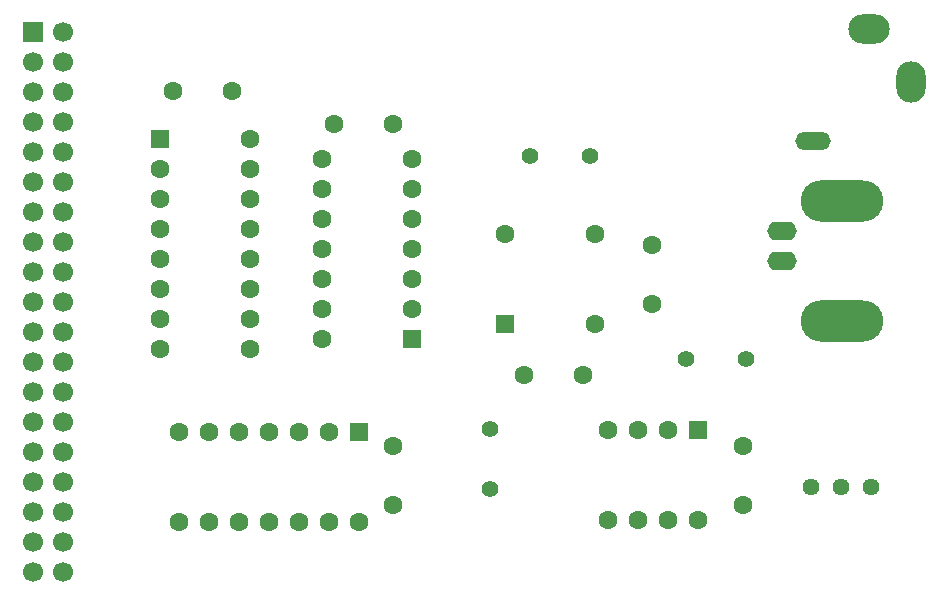
<source format=gbr>
%TF.GenerationSoftware,KiCad,Pcbnew,9.0.2-9.0.2-0~ubuntu24.04.1*%
%TF.CreationDate,2025-06-13T19:30:25+01:00*%
%TF.ProjectId,SoundCard,536f756e-6443-4617-9264-2e6b69636164,rev?*%
%TF.SameCoordinates,Original*%
%TF.FileFunction,Soldermask,Bot*%
%TF.FilePolarity,Negative*%
%FSLAX46Y46*%
G04 Gerber Fmt 4.6, Leading zero omitted, Abs format (unit mm)*
G04 Created by KiCad (PCBNEW 9.0.2-9.0.2-0~ubuntu24.04.1) date 2025-06-13 19:30:25*
%MOMM*%
%LPD*%
G01*
G04 APERTURE LIST*
G04 Aperture macros list*
%AMRoundRect*
0 Rectangle with rounded corners*
0 $1 Rounding radius*
0 $2 $3 $4 $5 $6 $7 $8 $9 X,Y pos of 4 corners*
0 Add a 4 corners polygon primitive as box body*
4,1,4,$2,$3,$4,$5,$6,$7,$8,$9,$2,$3,0*
0 Add four circle primitives for the rounded corners*
1,1,$1+$1,$2,$3*
1,1,$1+$1,$4,$5*
1,1,$1+$1,$6,$7*
1,1,$1+$1,$8,$9*
0 Add four rect primitives between the rounded corners*
20,1,$1+$1,$2,$3,$4,$5,0*
20,1,$1+$1,$4,$5,$6,$7,0*
20,1,$1+$1,$6,$7,$8,$9,0*
20,1,$1+$1,$8,$9,$2,$3,0*%
G04 Aperture macros list end*
%ADD10C,1.440000*%
%ADD11C,1.400000*%
%ADD12RoundRect,0.250000X-0.550000X0.550000X-0.550000X-0.550000X0.550000X-0.550000X0.550000X0.550000X0*%
%ADD13C,1.600000*%
%ADD14R,1.600000X1.600000*%
%ADD15RoundRect,0.250000X0.550000X0.550000X-0.550000X0.550000X-0.550000X-0.550000X0.550000X-0.550000X0*%
%ADD16RoundRect,0.250000X-0.550000X-0.550000X0.550000X-0.550000X0.550000X0.550000X-0.550000X0.550000X0*%
%ADD17R,1.700000X1.700000*%
%ADD18C,1.700000*%
%ADD19O,3.000000X1.500000*%
%ADD20O,2.500000X3.500000*%
%ADD21O,3.500000X2.500000*%
%ADD22O,2.500000X1.600000*%
%ADD23O,7.000000X3.500000*%
G04 APERTURE END LIST*
D10*
%TO.C,RV1*%
X198000000Y-99000000D03*
X195460000Y-99000000D03*
X192920000Y-99000000D03*
%TD*%
D11*
%TO.C,C2*%
X165709600Y-99180400D03*
X165709600Y-94100400D03*
%TD*%
%TO.C,C1*%
X182337200Y-88188800D03*
X187417200Y-88188800D03*
%TD*%
%TO.C,R1*%
X174176200Y-70967600D03*
X169096200Y-70967600D03*
%TD*%
D12*
%TO.C,U3*%
X183337200Y-94239000D03*
D13*
X180797200Y-94239000D03*
X178257200Y-94239000D03*
X175717200Y-94239000D03*
X175717200Y-101859000D03*
X178257200Y-101859000D03*
X180797200Y-101859000D03*
X183337200Y-101859000D03*
%TD*%
D14*
%TO.C,Y1*%
X166979600Y-85191600D03*
D13*
X174599600Y-85191600D03*
X174599600Y-77571600D03*
X166979600Y-77571600D03*
%TD*%
%TO.C,C3*%
X187147200Y-95544000D03*
X187147200Y-100544000D03*
%TD*%
D12*
%TO.C,U2*%
X154635200Y-94386400D03*
D13*
X152095200Y-94386400D03*
X149555200Y-94386400D03*
X147015200Y-94386400D03*
X144475200Y-94386400D03*
X141935200Y-94386400D03*
X139395200Y-94386400D03*
X139395200Y-102006400D03*
X141935200Y-102006400D03*
X144475200Y-102006400D03*
X147015200Y-102006400D03*
X149555200Y-102006400D03*
X152095200Y-102006400D03*
X154635200Y-102006400D03*
%TD*%
D15*
%TO.C,U4*%
X159151400Y-86512400D03*
D13*
X159151400Y-83972400D03*
X159151400Y-81432400D03*
X159151400Y-78892400D03*
X159151400Y-76352400D03*
X159151400Y-73812400D03*
X159151400Y-71272400D03*
X151531400Y-71272400D03*
X151531400Y-73812400D03*
X151531400Y-76352400D03*
X151531400Y-78892400D03*
X151531400Y-81432400D03*
X151531400Y-83972400D03*
X151531400Y-86512400D03*
%TD*%
D16*
%TO.C,U1*%
X137774600Y-69596000D03*
D13*
X137774600Y-72136000D03*
X137774600Y-74676000D03*
X137774600Y-77216000D03*
X137774600Y-79756000D03*
X137774600Y-82296000D03*
X137774600Y-84836000D03*
X137774600Y-87376000D03*
X145394600Y-87376000D03*
X145394600Y-84836000D03*
X145394600Y-82296000D03*
X145394600Y-79756000D03*
X145394600Y-77216000D03*
X145394600Y-74676000D03*
X145394600Y-72136000D03*
X145394600Y-69596000D03*
%TD*%
D17*
%TO.C,J2*%
X127012800Y-60487600D03*
D18*
X129552800Y-60487600D03*
X127012800Y-63027600D03*
X129552800Y-63027600D03*
X127012800Y-65567600D03*
X129552800Y-65567600D03*
X127012800Y-68107600D03*
X129552800Y-68107600D03*
X127012800Y-70647600D03*
X129552800Y-70647600D03*
X127012800Y-73187600D03*
X129552800Y-73187600D03*
X127012800Y-75727600D03*
X129552800Y-75727600D03*
X127012800Y-78267600D03*
X129552800Y-78267600D03*
X127012800Y-80807600D03*
X129552800Y-80807600D03*
X127012800Y-83347600D03*
X129552800Y-83347600D03*
X127012800Y-85887600D03*
X129552800Y-85887600D03*
X127012800Y-88427600D03*
X129552800Y-88427600D03*
X127012800Y-90967600D03*
X129552800Y-90967600D03*
X127012800Y-93507600D03*
X129552800Y-93507600D03*
X127012800Y-96047600D03*
X129552800Y-96047600D03*
X127012800Y-98587600D03*
X129552800Y-98587600D03*
X127012800Y-101127600D03*
X129552800Y-101127600D03*
X127012800Y-103667600D03*
X129552800Y-103667600D03*
X127012800Y-106207600D03*
X129552800Y-106207600D03*
%TD*%
D13*
%TO.C,C5*%
X173594400Y-89560400D03*
X168594400Y-89560400D03*
%TD*%
%TO.C,C7*%
X157530800Y-95594800D03*
X157530800Y-100594800D03*
%TD*%
%TO.C,C6*%
X138876400Y-65532000D03*
X143876400Y-65532000D03*
%TD*%
D19*
%TO.C,J1*%
X193066800Y-69719200D03*
D20*
X201366800Y-64719200D03*
D21*
X197866800Y-60219200D03*
%TD*%
D13*
%TO.C,C8*%
X157541600Y-68326000D03*
X152541600Y-68326000D03*
%TD*%
%TO.C,C4*%
X179425600Y-83526000D03*
X179425600Y-78526000D03*
%TD*%
D22*
%TO.C,J3*%
X190449200Y-79908400D03*
D23*
X195529200Y-74828400D03*
D22*
X190449200Y-77368400D03*
D23*
X195529200Y-84988400D03*
%TD*%
M02*

</source>
